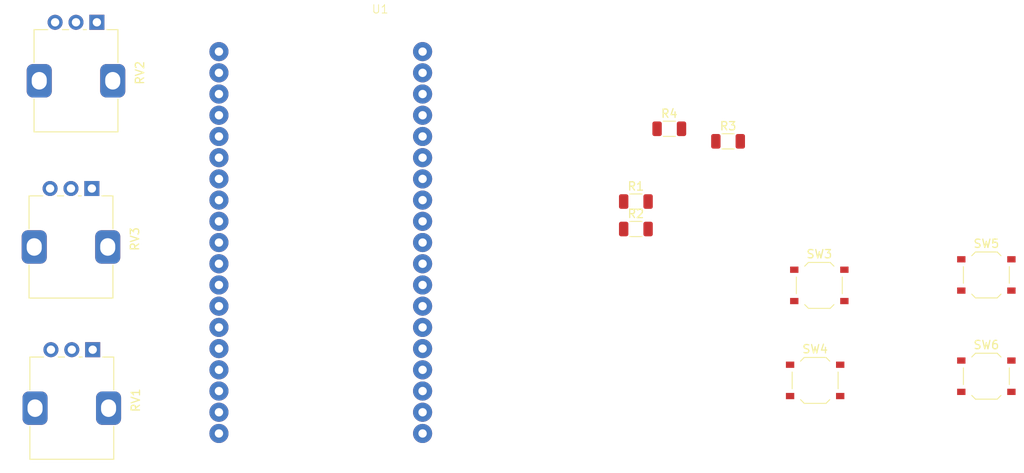
<source format=kicad_pcb>
(kicad_pcb (version 20241229) (generator "pcbnew") (generator_version "9.0")
  (layers (0 "F.Cu" signal) (2 "B.Cu" signal) (13 "F.Paste" user) (15 "B.Paste" user) (5 "F.SilkS" user "F.Silkscreen") (7 "B.SilkS" user "B.Silkscreen") (1 "F.Mask" user) (3 "B.Mask" user) (25 "Edge.Cuts" user))
  (net 0 "")
  (net 1 "GND")
  (net 2 "Net-(R1-Pad1)")
  (net 3 "Net-(R2-Pad1)")
  (net 4 "Net-(R3-Pad1)")
  (net 5 "Net-(R4-Pad1)")
  (net 6 "3V3")
  (net 7 "G25")
  (net 8 "G26")
  (net 9 "G27")
  (net 10 "G21")
  (net 11 "G19")
  (net 12 "G18")
  (net 13 "G17")
  (footprint "Library_Amjad:ESP_32_socket" (layer "F.Cu") (at 152.92 67.92)
    (property "Reference" "U1" (at 0 -15.24 0) (layer "F.SilkS") (effects (font (thickness 0.1))))
    (property "Value" "~")
    (pad "1" thru_hole circle (at -19.304 -10.16) (size 2.286 2.286) (drill 1) (layers "*.Cu" "*.Mask"))
    (pad "2" thru_hole circle (at -19.304 -7.62) (size 2.286 2.286) (drill 1) (layers "*.Cu" "*.Mask"))
    (pad "2" thru_hole circle (at 5.08 12.7) (size 2.286 2.286) (drill 1) (layers "*.Cu" "*.Mask"))
    (pad "3" thru_hole circle (at -19.304 -5.08) (size 2.286 2.286) (drill 1) (layers "*.Cu" "*.Mask"))
    (pad "4" thru_hole circle (at -19.304 -2.54) (size 2.286 2.286) (drill 1) (layers "*.Cu" "*.Mask"))
    (pad "5" thru_hole circle (at -19.304 0) (size 2.286 2.286) (drill 1) (layers "*.Cu" "*.Mask"))
    (pad "6" thru_hole circle (at -19.304 2.54) (size 2.286 2.286) (drill 1) (layers "*.Cu" "*.Mask"))
    (pad "7" thru_hole circle (at -19.304 5.08) (size 2.286 2.286) (drill 1) (layers "*.Cu" "*.Mask"))
    (pad "8" thru_hole circle (at -19.304 7.62) (size 2.286 2.286) (drill 1) (layers "*.Cu" "*.Mask"))
    (pad "9" thru_hole circle (at -19.304 10.16) (size 2.286 2.286) (drill 1) (layers "*.Cu" "*.Mask"))
    (pad "10" thru_hole circle (at -19.304 12.7) (size 2.286 2.286) (drill 1) (layers "*.Cu" "*.Mask"))
    (pad "11" thru_hole circle (at -19.304 15.24) (size 2.286 2.286) (drill 1) (layers "*.Cu" "*.Mask"))
    (pad "12" thru_hole circle (at -19.304 17.78) (size 2.286 2.286) (drill 1) (layers "*.Cu" "*.Mask"))
    (pad "13" thru_hole circle (at -19.304 20.32) (size 2.286 2.286) (drill 1) (layers "*.Cu" "*.Mask"))
    (pad "14" thru_hole circle (at -19.304 22.86) (size 2.286 2.286) (drill 1) (layers "*.Cu" "*.Mask"))
    (pad "15" thru_hole circle (at -19.304 25.4) (size 2.286 2.286) (drill 1) (layers "*.Cu" "*.Mask"))
    (pad "16" thru_hole circle (at -19.304 27.94) (size 2.286 2.286) (drill 1) (layers "*.Cu" "*.Mask"))
    (pad "17" thru_hole circle (at -19.304 30.48) (size 2.286 2.286) (drill 1) (layers "*.Cu" "*.Mask"))
    (pad "18" thru_hole circle (at -19.304 33.02) (size 2.286 2.286) (drill 1) (layers "*.Cu" "*.Mask"))
    (pad "19" thru_hole circle (at -19.304 35.56) (size 2.286 2.286) (drill 1) (layers "*.Cu" "*.Mask"))
    (pad "20" thru_hole circle (at 5.08 -10.16) (size 2.286 2.286) (drill 1) (layers "*.Cu" "*.Mask"))
    (pad "21" thru_hole circle (at 5.08 -7.62) (size 2.286 2.286) (drill 1) (layers "*.Cu" "*.Mask"))
    (pad "22" thru_hole circle (at 5.08 -5.08) (size 2.286 2.286) (drill 1) (layers "*.Cu" "*.Mask"))
    (pad "23" thru_hole circle (at 5.08 -2.54) (size 2.286 2.286) (drill 1) (layers "*.Cu" "*.Mask"))
    (pad "24" thru_hole circle (at 5.08 0) (size 2.286 2.286) (drill 1) (layers "*.Cu" "*.Mask"))
    (pad "25" thru_hole circle (at 5.08 2.54) (size 2.286 2.286) (drill 1) (layers "*.Cu" "*.Mask"))
    (pad "26" thru_hole circle (at 5.08 5.08) (size 2.286 2.286) (drill 1) (layers "*.Cu" "*.Mask"))
    (pad "27" thru_hole circle (at 5.08 7.62) (size 2.286 2.286) (drill 1) (layers "*.Cu" "*.Mask"))
    (pad "28" thru_hole circle (at 5.08 10.16) (size 2.286 2.286) (drill 1) (layers "*.Cu" "*.Mask"))
    (pad "30" thru_hole circle (at 5.08 15.24) (size 2.286 2.286) (drill 1) (layers "*.Cu" "*.Mask"))
    (pad "31" thru_hole circle (at 5.08 17.78) (size 2.286 2.286) (drill 1) (layers "*.Cu" "*.Mask"))
    (pad "32" thru_hole circle (at 5.08 20.32) (size 2.286 2.286) (drill 1) (layers "*.Cu" "*.Mask"))
    (pad "33" thru_hole circle (at 5.08 22.86) (size 2.286 2.286) (drill 1) (layers "*.Cu" "*.Mask"))
    (pad "34" thru_hole circle (at 5.08 25.4) (size 2.286 2.286) (drill 1) (layers "*.Cu" "*.Mask"))
    (pad "35" thru_hole circle (at 5.08 27.94) (size 2.286 2.286) (drill 1) (layers "*.Cu" "*.Mask"))
    (pad "36" thru_hole circle (at 5.08 30.48) (size 2.286 2.286) (drill 1) (layers "*.Cu" "*.Mask"))
    (pad "37" thru_hole circle (at 5.08 33.02) (size 2.286 2.286) (drill 1) (layers "*.Cu" "*.Mask"))
    (pad "38" thru_hole circle (at 5.08 35.56) (size 2.286 2.286) (drill 1) (layers "*.Cu" "*.Mask"))
  )
  (footprint "Resistor_SMD:R_1206_3216Metric" (layer "F.Cu") (at 187.5375 67)
    (property "Reference" "R4" (at 0 -1.82 0) (layer "F.SilkS"))
    (property "Value" "10k")
    (fp_line (start -0.727064 -0.91) (end 0.727064 -0.91) (stroke (width 0.12)) (layer "F.SilkS"))
    (fp_line (start -0.727064 0.91) (end 0.727064 0.91) (stroke (width 0.12)) (layer "F.SilkS"))
    (pad "1" smd roundrect (at -1.4625 0) (size 1.125 1.75) (layers "F.Cu" "F.Mask" "F.Paste") (roundrect_rratio 0.222222) (net 5 "Net-(R4-Pad1)"))
    (pad "2" smd roundrect (at 1.4625 0) (size 1.125 1.75) (layers "F.Cu" "F.Mask" "F.Paste") (roundrect_rratio 0.222222) (net 1 "GND"))
  )
  (footprint "Resistor_SMD:R_1206_3216Metric" (layer "F.Cu") (at 194.575 68.5)
    (property "Reference" "R3" (at 0 -1.82 0) (layer "F.SilkS"))
    (property "Value" "10k")
    (fp_line (start -0.727064 -0.91) (end 0.727064 -0.91) (stroke (width 0.12)) (layer "F.SilkS"))
    (fp_line (start -0.727064 0.91) (end 0.727064 0.91) (stroke (width 0.12)) (layer "F.SilkS"))
    (pad "1" smd roundrect (at -1.4625 0) (size 1.125 1.75) (layers "F.Cu" "F.Mask" "F.Paste") (roundrect_rratio 0.222222) (net 4 "Net-(R3-Pad1)"))
    (pad "2" smd roundrect (at 1.4625 0) (size 1.125 1.75) (layers "F.Cu" "F.Mask" "F.Paste") (roundrect_rratio 0.222222) (net 1 "GND"))
  )
  (footprint "Potentiometer_THT:Potentiometer_Alps_RK09K_Single_Vertical" (layer "F.Cu") (at 119 54.25 -90)
    (property "Reference" "RV2" (at 6.05 -5.15 90) (layer "F.SilkS"))
    (property "Value" "R_Potentiometer_Small")
    (fp_line (start 0.88 7.52) (end 4.817 7.52) (stroke (width 0.12)) (layer "F.SilkS"))
    (fp_line (start 9.184 7.52) (end 13.12 7.52) (stroke (width 0.12)) (layer "F.SilkS"))
    (fp_line (start 0.88 5.87) (end 0.88 7.52) (stroke (width 0.12)) (layer "F.SilkS"))
    (fp_line (start 0.88 3.371) (end 0.88 4.13) (stroke (width 0.12)) (layer "F.SilkS"))
    (fp_line (start 0.88 1.25) (end 0.88 1.63) (stroke (width 0.12)) (layer "F.SilkS"))
    (fp_line (start 0.88 -2.521) (end 0.88 -1.2) (stroke (width 0.12)) (layer "F.SilkS"))
    (fp_line (start 0.88 -2.521) (end 4.817 -2.521) (stroke (width 0.12)) (layer "F.SilkS"))
    (fp_line (start 9.184 -2.521) (end 13.12 -2.521) (stroke (width 0.12)) (layer "F.SilkS"))
    (fp_line (start 13.12 -2.521) (end 13.12 7.52) (stroke (width 0.12)) (layer "F.SilkS"))
    (pad "1" thru_hole rect (at 0 0 270) (size 1.8 1.8) (drill 1) (layers "*.Cu" "*.Mask") (net 6 "3V3"))
    (pad "2" thru_hole circle (at 0 2.5 270) (size 1.8 1.8) (drill 1) (layers "*.Cu" "*.Mask") (net 8 "G26"))
    (pad "3" thru_hole circle (at 0 5 270) (size 1.8 1.8) (drill 1) (layers "*.Cu" "*.Mask") (net 1 "GND"))
    (pad "MP" thru_hole roundrect (at 7 -1.9 270) (size 4 3) (drill oval 2.1 1.8) (layers "*.Cu" "*.Mask"))
    (pad "MP" thru_hole roundrect (at 7 6.9 270) (size 4 3) (drill oval 2.1 1.8) (layers "*.Cu" "*.Mask"))
  )
  (footprint "Resistor_SMD:R_1206_3216Metric" (layer "F.Cu") (at 183.5375 79)
    (property "Reference" "R2" (at 0 -1.82 0) (layer "F.SilkS"))
    (property "Value" "10k")
    (fp_line (start -0.727064 -0.91) (end 0.727064 -0.91) (stroke (width 0.12)) (layer "F.SilkS"))
    (fp_line (start -0.727064 0.91) (end 0.727064 0.91) (stroke (width 0.12)) (layer "F.SilkS"))
    (pad "1" smd roundrect (at -1.4625 0) (size 1.125 1.75) (layers "F.Cu" "F.Mask" "F.Paste") (roundrect_rratio 0.222222) (net 3 "Net-(R2-Pad1)"))
    (pad "2" smd roundrect (at 1.4625 0) (size 1.125 1.75) (layers "F.Cu" "F.Mask" "F.Paste") (roundrect_rratio 0.222222) (net 1 "GND"))
  )
  (footprint "Button_Switch_SMD:SW_Push_1P1T_XKB_TS-1187A" (layer "F.Cu") (at 225.5 96.625)
    (property "Reference" "SW6" (at 0 -3.75 0) (layer "F.SilkS"))
    (property "Value" "SW_DIP_x01")
    (fp_line (start -2.75 -1) (end -2.75 1) (stroke (width 0.12)) (layer "F.SilkS"))
    (fp_line (start -1.75 -2.3) (end -1.3 -2.75) (stroke (width 0.12)) (layer "F.SilkS"))
    (fp_line (start -1.75 2.3) (end -1.3 2.75) (stroke (width 0.12)) (layer "F.SilkS"))
    (fp_line (start -1.3 -2.75) (end 1.3 -2.75) (stroke (width 0.12)) (layer "F.SilkS"))
    (fp_line (start -1.3 2.75) (end 1.3 2.75) (stroke (width 0.12)) (layer "F.SilkS"))
    (fp_line (start 1.75 -2.3) (end 1.3 -2.75) (stroke (width 0.12)) (layer "F.SilkS"))
    (fp_line (start 1.75 2.3) (end 1.3 2.75) (stroke (width 0.12)) (layer "F.SilkS"))
    (fp_line (start 2.75 -1) (end 2.75 1) (stroke (width 0.12)) (layer "F.SilkS"))
    (pad "1" smd rect (at -3 -1.875) (size 1 0.75) (layers "F.Cu" "F.Mask" "F.Paste") (net 13 "G17"))
    (pad "1" smd rect (at 3 -1.875) (size 1 0.75) (layers "F.Cu" "F.Mask" "F.Paste") (net 13 "G17"))
    (pad "2" smd rect (at -3 1.875) (size 1 0.75) (layers "F.Cu" "F.Mask" "F.Paste") (net 5 "Net-(R4-Pad1)"))
    (pad "2" smd rect (at 3 1.875) (size 1 0.75) (layers "F.Cu" "F.Mask" "F.Paste") (net 5 "Net-(R4-Pad1)"))
  )
  (footprint "Button_Switch_SMD:SW_Push_1P1T_XKB_TS-1187A" (layer "F.Cu") (at 205 97.125)
    (property "Reference" "SW4" (at 0 -3.75 0) (layer "F.SilkS"))
    (property "Value" "SW_DIP_x01")
    (fp_line (start -2.75 -1) (end -2.75 1) (stroke (width 0.12)) (layer "F.SilkS"))
    (fp_line (start -1.75 -2.3) (end -1.3 -2.75) (stroke (width 0.12)) (layer "F.SilkS"))
    (fp_line (start -1.75 2.3) (end -1.3 2.75) (stroke (width 0.12)) (layer "F.SilkS"))
    (fp_line (start -1.3 -2.75) (end 1.3 -2.75) (stroke (width 0.12)) (layer "F.SilkS"))
    (fp_line (start -1.3 2.75) (end 1.3 2.75) (stroke (width 0.12)) (layer "F.SilkS"))
    (fp_line (start 1.75 -2.3) (end 1.3 -2.75) (stroke (width 0.12)) (layer "F.SilkS"))
    (fp_line (start 1.75 2.3) (end 1.3 2.75) (stroke (width 0.12)) (layer "F.SilkS"))
    (fp_line (start 2.75 -1) (end 2.75 1) (stroke (width 0.12)) (layer "F.SilkS"))
    (pad "1" smd rect (at -3 -1.875) (size 1 0.75) (layers "F.Cu" "F.Mask" "F.Paste") (net 11 "G19"))
    (pad "1" smd rect (at 3 -1.875) (size 1 0.75) (layers "F.Cu" "F.Mask" "F.Paste") (net 11 "G19"))
    (pad "2" smd rect (at -3 1.875) (size 1 0.75) (layers "F.Cu" "F.Mask" "F.Paste") (net 3 "Net-(R2-Pad1)"))
    (pad "2" smd rect (at 3 1.875) (size 1 0.75) (layers "F.Cu" "F.Mask" "F.Paste") (net 3 "Net-(R2-Pad1)"))
  )
  (footprint "Resistor_SMD:R_1206_3216Metric" (layer "F.Cu") (at 183.5375 75.71)
    (property "Reference" "R1" (at 0 -1.82 0) (layer "F.SilkS"))
    (property "Value" "10k")
    (fp_line (start -0.727064 -0.91) (end 0.727064 -0.91) (stroke (width 0.12)) (layer "F.SilkS"))
    (fp_line (start -0.727064 0.91) (end 0.727064 0.91) (stroke (width 0.12)) (layer "F.SilkS"))
    (pad "1" smd roundrect (at -1.4625 0) (size 1.125 1.75) (layers "F.Cu" "F.Mask" "F.Paste") (roundrect_rratio 0.222222) (net 2 "Net-(R1-Pad1)"))
    (pad "2" smd roundrect (at 1.4625 0) (size 1.125 1.75) (layers "F.Cu" "F.Mask" "F.Paste") (roundrect_rratio 0.222222) (net 1 "GND"))
  )
  (footprint "Button_Switch_SMD:SW_Push_1P1T_XKB_TS-1187A" (layer "F.Cu") (at 225.5 84.5)
    (property "Reference" "SW5" (at 0 -3.75 0) (layer "F.SilkS"))
    (property "Value" "SW_DIP_x01")
    (fp_line (start -2.75 -1) (end -2.75 1) (stroke (width 0.12)) (layer "F.SilkS"))
    (fp_line (start -1.75 -2.3) (end -1.3 -2.75) (stroke (width 0.12)) (layer "F.SilkS"))
    (fp_line (start -1.75 2.3) (end -1.3 2.75) (stroke (width 0.12)) (layer "F.SilkS"))
    (fp_line (start -1.3 -2.75) (end 1.3 -2.75) (stroke (width 0.12)) (layer "F.SilkS"))
    (fp_line (start -1.3 2.75) (end 1.3 2.75) (stroke (width 0.12)) (layer "F.SilkS"))
    (fp_line (start 1.75 -2.3) (end 1.3 -2.75) (stroke (width 0.12)) (layer "F.SilkS"))
    (fp_line (start 1.75 2.3) (end 1.3 2.75) (stroke (width 0.12)) (layer "F.SilkS"))
    (fp_line (start 2.75 -1) (end 2.75 1) (stroke (width 0.12)) (layer "F.SilkS"))
    (pad "1" smd rect (at -3 -1.875) (size 1 0.75) (layers "F.Cu" "F.Mask" "F.Paste") (net 12 "G18"))
    (pad "1" smd rect (at 3 -1.875) (size 1 0.75) (layers "F.Cu" "F.Mask" "F.Paste") (net 12 "G18"))
    (pad "2" smd rect (at -3 1.875) (size 1 0.75) (layers "F.Cu" "F.Mask" "F.Paste") (net 4 "Net-(R3-Pad1)"))
    (pad "2" smd rect (at 3 1.875) (size 1 0.75) (layers "F.Cu" "F.Mask" "F.Paste") (net 4 "Net-(R3-Pad1)"))
  )
  (footprint "Potentiometer_THT:Potentiometer_Alps_RK09K_Single_Vertical" (layer "F.Cu") (at 118.5 93.45 -90)
    (property "Reference" "RV1" (at 6.05 -5.15 90) (layer "F.SilkS"))
    (property "Value" "R_Potentiometer_Small")
    (fp_line (start 0.88 7.52) (end 4.817 7.52) (stroke (width 0.12)) (layer "F.SilkS"))
    (fp_line (start 9.184 7.52) (end 13.12 7.52) (stroke (width 0.12)) (layer "F.SilkS"))
    (fp_line (start 0.88 5.87) (end 0.88 7.52) (stroke (width 0.12)) (layer "F.SilkS"))
    (fp_line (start 0.88 3.371) (end 0.88 4.13) (stroke (width 0.12)) (layer "F.SilkS"))
    (fp_line (start 0.88 1.25) (end 0.88 1.63) (stroke (width 0.12)) (layer "F.SilkS"))
    (fp_line (start 0.88 -2.521) (end 0.88 -1.2) (stroke (width 0.12)) (layer "F.SilkS"))
    (fp_line (start 0.88 -2.521) (end 4.817 -2.521) (stroke (width 0.12)) (layer "F.SilkS"))
    (fp_line (start 9.184 -2.521) (end 13.12 -2.521) (stroke (width 0.12)) (layer "F.SilkS"))
    (fp_line (start 13.12 -2.521) (end 13.12 7.52) (stroke (width 0.12)) (layer "F.SilkS"))
    (pad "1" thru_hole rect (at 0 0 270) (size 1.8 1.8) (drill 1) (layers "*.Cu" "*.Mask") (net 6 "3V3"))
    (pad "2" thru_hole circle (at 0 2.5 270) (size 1.8 1.8) (drill 1) (layers "*.Cu" "*.Mask") (net 7 "G25"))
    (pad "3" thru_hole circle (at 0 5 270) (size 1.8 1.8) (drill 1) (layers "*.Cu" "*.Mask") (net 1 "GND"))
    (pad "MP" thru_hole roundrect (at 7 -1.9 270) (size 4 3) (drill oval 2.1 1.8) (layers "*.Cu" "*.Mask"))
    (pad "MP" thru_hole roundrect (at 7 6.9 270) (size 4 3) (drill oval 2.1 1.8) (layers "*.Cu" "*.Mask"))
  )
  (footprint "Button_Switch_SMD:SW_Push_1P1T_XKB_TS-1187A" (layer "F.Cu") (at 205.5 85.75)
    (property "Reference" "SW3" (at 0 -3.75 0) (layer "F.SilkS"))
    (property "Value" "SW_DIP_x01")
    (fp_line (start -2.75 -1) (end -2.75 1) (stroke (width 0.12)) (layer "F.SilkS"))
    (fp_line (start -1.75 -2.3) (end -1.3 -2.75) (stroke (width 0.12)) (layer "F.SilkS"))
    (fp_line (start -1.75 2.3) (end -1.3 2.75) (stroke (width 0.12)) (layer "F.SilkS"))
    (fp_line (start -1.3 -2.75) (end 1.3 -2.75) (stroke (width 0.12)) (layer "F.SilkS"))
    (fp_line (start -1.3 2.75) (end 1.3 2.75) (stroke (width 0.12)) (layer "F.SilkS"))
    (fp_line (start 1.75 -2.3) (end 1.3 -2.75) (stroke (width 0.12)) (layer "F.SilkS"))
    (fp_line (start 1.75 2.3) (end 1.3 2.75) (stroke (width 0.12)) (layer "F.SilkS"))
    (fp_line (start 2.75 -1) (end 2.75 1) (stroke (width 0.12)) (layer "F.SilkS"))
    (pad "1" smd rect (at -3 -1.875) (size 1 0.75) (layers "F.Cu" "F.Mask" "F.Paste") (net 10 "G21"))
    (pad "1" smd rect (at 3 -1.875) (size 1 0.75) (layers "F.Cu" "F.Mask" "F.Paste") (net 10 "G21"))
    (pad "2" smd rect (at -3 1.875) (size 1 0.75) (layers "F.Cu" "F.Mask" "F.Paste") (net 2 "Net-(R1-Pad1)"))
    (pad "2" smd rect (at 3 1.875) (size 1 0.75) (layers "F.Cu" "F.Mask" "F.Paste") (net 2 "Net-(R1-Pad1)"))
  )
  (footprint "Potentiometer_THT:Potentiometer_Alps_RK09K_Single_Vertical" (layer "F.Cu") (at 118.4 74.15 -90)
    (property "Reference" "RV3" (at 6.05 -5.15 90) (layer "F.SilkS"))
    (property "Value" "R_Potentiometer_Small")
    (fp_line (start 0.88 7.52) (end 4.817 7.52) (stroke (width 0.12)) (layer "F.SilkS"))
    (fp_line (start 9.184 7.52) (end 13.12 7.52) (stroke (width 0.12)) (layer "F.SilkS"))
    (fp_line (start 0.88 5.87) (end 0.88 7.52) (stroke (width 0.12)) (layer "F.SilkS"))
    (fp_line (start 0.88 3.371) (end 0.88 4.13) (stroke (width 0.12)) (layer "F.SilkS"))
    (fp_line (start 0.88 1.25) (end 0.88 1.63) (stroke (width 0.12)) (layer "F.SilkS"))
    (fp_line (start 0.88 -2.521) (end 0.88 -1.2) (stroke (width 0.12)) (layer "F.SilkS"))
    (fp_line (start 0.88 -2.521) (end 4.817 -2.521) (stroke (width 0.12)) (layer "F.SilkS"))
    (fp_line (start 9.184 -2.521) (end 13.12 -2.521) (stroke (width 0.12)) (layer "F.SilkS"))
    (fp_line (start 13.12 -2.521) (end 13.12 7.52) (stroke (width 0.12)) (layer "F.SilkS"))
    (pad "1" thru_hole rect (at 0 0 270) (size 1.8 1.8) (drill 1) (layers "*.Cu" "*.Mask") (net 6 "3V3"))
    (pad "2" thru_hole circle (at 0 2.5 270) (size 1.8 1.8) (drill 1) (layers "*.Cu" "*.Mask") (net 9 "G27"))
    (pad "3" thru_hole circle (at 0 5 270) (size 1.8 1.8) (drill 1) (layers "*.Cu" "*.Mask") (net 1 "GND"))
    (pad "MP" thru_hole roundrect (at 7 -1.9 270) (size 4 3) (drill oval 2.1 1.8) (layers "*.Cu" "*.Mask"))
    (pad "MP" thru_hole roundrect (at 7 6.9 270) (size 4 3) (drill oval 2.1 1.8) (layers "*.Cu" "*.Mask"))
  )
)
</source>
